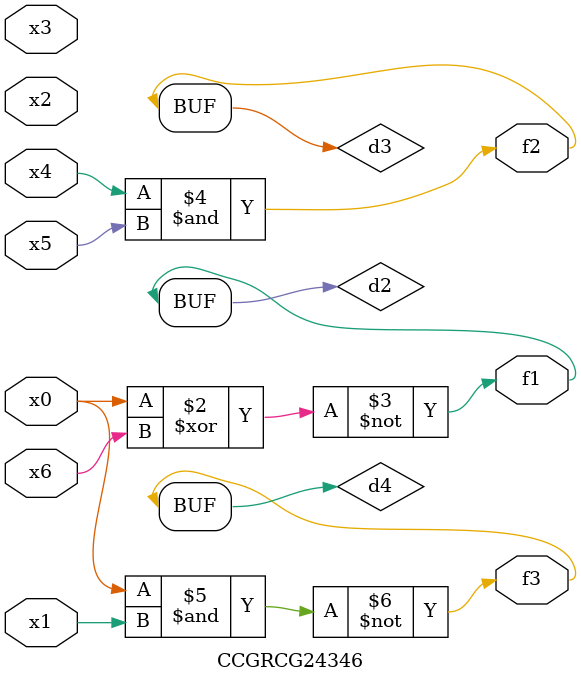
<source format=v>
module CCGRCG24346(
	input x0, x1, x2, x3, x4, x5, x6,
	output f1, f2, f3
);

	wire d1, d2, d3, d4;

	nor (d1, x0);
	xnor (d2, x0, x6);
	and (d3, x4, x5);
	nand (d4, x0, x1);
	assign f1 = d2;
	assign f2 = d3;
	assign f3 = d4;
endmodule

</source>
